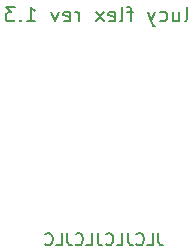
<source format=gbr>
G04 #@! TF.GenerationSoftware,KiCad,Pcbnew,(6.0.1-0)*
G04 #@! TF.CreationDate,2022-04-26T12:35:50-05:00*
G04 #@! TF.ProjectId,plate,706c6174-652e-46b6-9963-61645f706362,rev?*
G04 #@! TF.SameCoordinates,Original*
G04 #@! TF.FileFunction,Legend,Bot*
G04 #@! TF.FilePolarity,Positive*
%FSLAX46Y46*%
G04 Gerber Fmt 4.6, Leading zero omitted, Abs format (unit mm)*
G04 Created by KiCad (PCBNEW (6.0.1-0)) date 2022-04-26 12:35:50*
%MOMM*%
%LPD*%
G01*
G04 APERTURE LIST*
%ADD10C,0.200000*%
%ADD11C,0.150000*%
G04 APERTURE END LIST*
D10*
X396209627Y-79146792D02*
X396328674Y-79087268D01*
X396388198Y-78968220D01*
X396388198Y-77896792D01*
X395197722Y-78313458D02*
X395197722Y-79146792D01*
X395733436Y-78313458D02*
X395733436Y-78968220D01*
X395673912Y-79087268D01*
X395554865Y-79146792D01*
X395376293Y-79146792D01*
X395257246Y-79087268D01*
X395197722Y-79027744D01*
X394066769Y-79087268D02*
X394185817Y-79146792D01*
X394423912Y-79146792D01*
X394542960Y-79087268D01*
X394602484Y-79027744D01*
X394662008Y-78908696D01*
X394662008Y-78551554D01*
X394602484Y-78432506D01*
X394542960Y-78372982D01*
X394423912Y-78313458D01*
X394185817Y-78313458D01*
X394066769Y-78372982D01*
X393650103Y-78313458D02*
X393352484Y-79146792D01*
X393054865Y-78313458D02*
X393352484Y-79146792D01*
X393471531Y-79444411D01*
X393531055Y-79503935D01*
X393650103Y-79563458D01*
X391804865Y-78313458D02*
X391328674Y-78313458D01*
X391626293Y-79146792D02*
X391626293Y-78075363D01*
X391566769Y-77956316D01*
X391447722Y-77896792D01*
X391328674Y-77896792D01*
X390733436Y-79146792D02*
X390852484Y-79087268D01*
X390912008Y-78968220D01*
X390912008Y-77896792D01*
X389781055Y-79087268D02*
X389900103Y-79146792D01*
X390138198Y-79146792D01*
X390257246Y-79087268D01*
X390316769Y-78968220D01*
X390316769Y-78492030D01*
X390257246Y-78372982D01*
X390138198Y-78313458D01*
X389900103Y-78313458D01*
X389781055Y-78372982D01*
X389721531Y-78492030D01*
X389721531Y-78611077D01*
X390316769Y-78730125D01*
X389304865Y-79146792D02*
X388650103Y-78313458D01*
X389304865Y-78313458D02*
X388650103Y-79146792D01*
X387221531Y-79146792D02*
X387221531Y-78313458D01*
X387221531Y-78551554D02*
X387162008Y-78432506D01*
X387102484Y-78372982D01*
X386983436Y-78313458D01*
X386864389Y-78313458D01*
X385971531Y-79087268D02*
X386090579Y-79146792D01*
X386328674Y-79146792D01*
X386447722Y-79087268D01*
X386507246Y-78968220D01*
X386507246Y-78492030D01*
X386447722Y-78372982D01*
X386328674Y-78313458D01*
X386090579Y-78313458D01*
X385971531Y-78372982D01*
X385912008Y-78492030D01*
X385912008Y-78611077D01*
X386507246Y-78730125D01*
X385495341Y-78313458D02*
X385197722Y-79146792D01*
X384900103Y-78313458D01*
X382816769Y-79146792D02*
X383531055Y-79146792D01*
X383173912Y-79146792D02*
X383173912Y-77896792D01*
X383292960Y-78075363D01*
X383412008Y-78194411D01*
X383531055Y-78253935D01*
X382281055Y-79027744D02*
X382221531Y-79087268D01*
X382281055Y-79146792D01*
X382340579Y-79087268D01*
X382281055Y-79027744D01*
X382281055Y-79146792D01*
X381804865Y-77896792D02*
X381031055Y-77896792D01*
X381447722Y-78372982D01*
X381269150Y-78372982D01*
X381150103Y-78432506D01*
X381090579Y-78492030D01*
X381031055Y-78611077D01*
X381031055Y-78908696D01*
X381090579Y-79027744D01*
X381150103Y-79087268D01*
X381269150Y-79146792D01*
X381626293Y-79146792D01*
X381745341Y-79087268D01*
X381804865Y-79027744D01*
D11*
X393953749Y-97083712D02*
X393953749Y-97797998D01*
X394001368Y-97940855D01*
X394096606Y-98036093D01*
X394239463Y-98083712D01*
X394334702Y-98083712D01*
X393001368Y-98083712D02*
X393477559Y-98083712D01*
X393477559Y-97083712D01*
X392096606Y-97988474D02*
X392144225Y-98036093D01*
X392287082Y-98083712D01*
X392382321Y-98083712D01*
X392525178Y-98036093D01*
X392620416Y-97940855D01*
X392668035Y-97845617D01*
X392715654Y-97655141D01*
X392715654Y-97512284D01*
X392668035Y-97321808D01*
X392620416Y-97226570D01*
X392525178Y-97131332D01*
X392382321Y-97083712D01*
X392287082Y-97083712D01*
X392144225Y-97131332D01*
X392096606Y-97178951D01*
X391382321Y-97083712D02*
X391382321Y-97797998D01*
X391429940Y-97940855D01*
X391525178Y-98036093D01*
X391668035Y-98083712D01*
X391763273Y-98083712D01*
X390429940Y-98083712D02*
X390906130Y-98083712D01*
X390906130Y-97083712D01*
X389525178Y-97988474D02*
X389572797Y-98036093D01*
X389715654Y-98083712D01*
X389810892Y-98083712D01*
X389953749Y-98036093D01*
X390048987Y-97940855D01*
X390096606Y-97845617D01*
X390144225Y-97655141D01*
X390144225Y-97512284D01*
X390096606Y-97321808D01*
X390048987Y-97226570D01*
X389953749Y-97131332D01*
X389810892Y-97083712D01*
X389715654Y-97083712D01*
X389572797Y-97131332D01*
X389525178Y-97178951D01*
X388810892Y-97083712D02*
X388810892Y-97797998D01*
X388858511Y-97940855D01*
X388953749Y-98036093D01*
X389096606Y-98083712D01*
X389191844Y-98083712D01*
X387858511Y-98083712D02*
X388334702Y-98083712D01*
X388334702Y-97083712D01*
X386953749Y-97988474D02*
X387001368Y-98036093D01*
X387144225Y-98083712D01*
X387239463Y-98083712D01*
X387382321Y-98036093D01*
X387477559Y-97940855D01*
X387525178Y-97845617D01*
X387572797Y-97655141D01*
X387572797Y-97512284D01*
X387525178Y-97321808D01*
X387477559Y-97226570D01*
X387382321Y-97131332D01*
X387239463Y-97083712D01*
X387144225Y-97083712D01*
X387001368Y-97131332D01*
X386953749Y-97178951D01*
X386239463Y-97083712D02*
X386239463Y-97797998D01*
X386287082Y-97940855D01*
X386382321Y-98036093D01*
X386525178Y-98083712D01*
X386620416Y-98083712D01*
X385287082Y-98083712D02*
X385763273Y-98083712D01*
X385763273Y-97083712D01*
X384382321Y-97988474D02*
X384429940Y-98036093D01*
X384572797Y-98083712D01*
X384668035Y-98083712D01*
X384810892Y-98036093D01*
X384906130Y-97940855D01*
X384953749Y-97845617D01*
X385001368Y-97655141D01*
X385001368Y-97512284D01*
X384953749Y-97321808D01*
X384906130Y-97226570D01*
X384810892Y-97131332D01*
X384668035Y-97083712D01*
X384572797Y-97083712D01*
X384429940Y-97131332D01*
X384382321Y-97178951D01*
M02*

</source>
